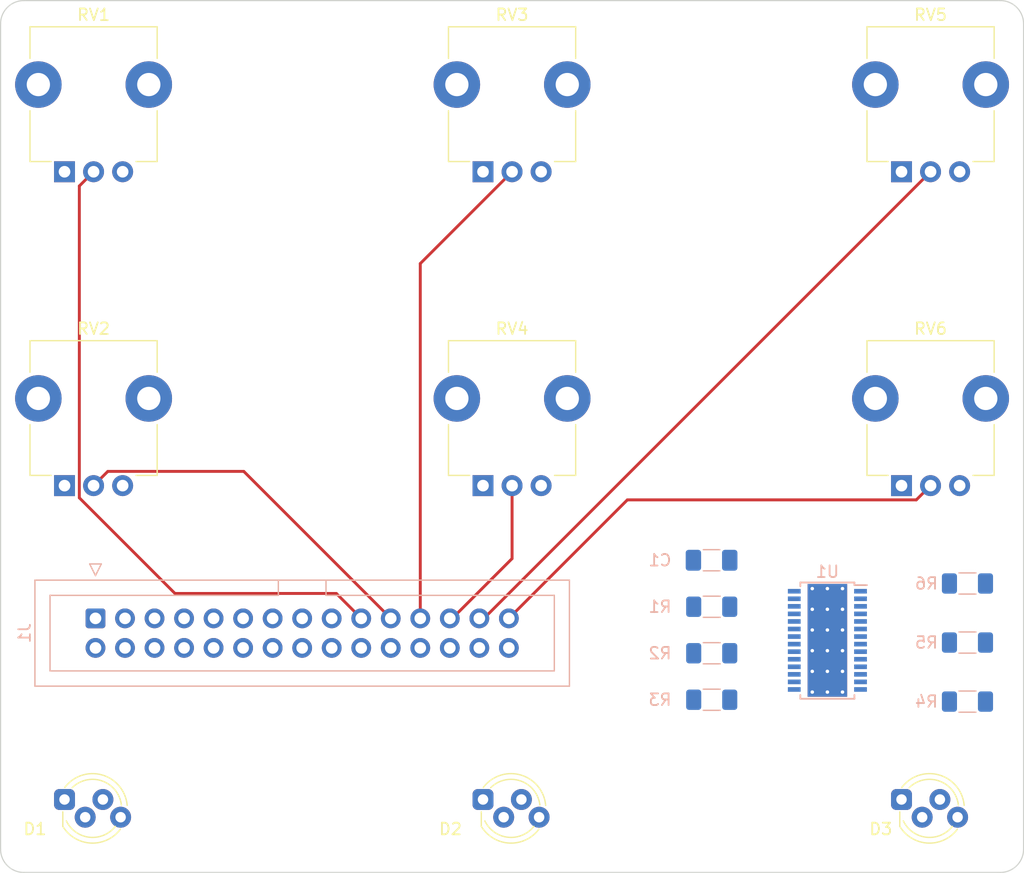
<source format=kicad_pcb>
(kicad_pcb (version 20221018) (generator pcbnew)
  (layers (0 "F.Cu" signal) (1 "In1.Cu" power) (2 "In2.Cu" power) (31 "B.Cu" signal) (34 "B.Paste" user) (35 "F.Paste" user) (36 "B.SilkS" user "B.Silkscreen") (37 "F.SilkS" user "F.Silkscreen") (38 "B.Mask" user) (39 "F.Mask" user) (44 "Edge.Cuts" user))
  (net 0 "")
  (net 1 "Net-(D1-RK)")
  (net 2 "+9V")
  (net 3 "Net-(D1-BK)")
  (net 4 "Net-(D1-GK)")
  (net 5 "Net-(D2-RK)")
  (net 6 "Net-(D2-BK)")
  (net 7 "Net-(D2-GK)")
  (net 8 "Net-(D3-RK)")
  (net 9 "Net-(D3-BK)")
  (net 10 "Net-(D3-GK)")
  (net 11 "GND")
  (net 12 "Net-(U1-IREF)")
  (net 13 "Net-(U1-GSCLK)")
  (net 14 "LED_GSCLK")
  (net 15 "Net-(U1-BLANK)")
  (net 16 "LED_BLANK")
  (net 17 "Net-(U1-XLAT)")
  (net 18 "LED_XLAT")
  (net 19 "Net-(U1-SCLK)")
  (net 20 "LED_SCLK")
  (net 21 "Net-(U1-SIN)")
  (net 22 "LED_SIN")
  (net 23 "POT_1")
  (net 24 "+3.3V")
  (net 25 "POT_4")
  (net 26 "POT_2")
  (net 27 "POT_5")
  (net 28 "POT_3")
  (net 29 "POT_6")
  (net 40 "+5V")
  (footprint "Custom Potentiometers:Potentiometer_TT_P0915N" (layer "F.Cu") (at 57.5 72.725)
    (fp_text reference "RV2" (at 2.5 -13.5) (layer "F.SilkS"))
    (fp_text value "10k")
    (fp_line (start -2.97 -12.47) (end -2.97 -9.75) (stroke (width 0.12)) (layer "F.SilkS"))
    (fp_line (start -2.97 -5.25) (end -2.97 -0.88) (stroke (width 0.12)) (layer "F.SilkS"))
    (fp_line (start -1.15 -0.88) (end -2.97 -0.88) (stroke (width 0.12)) (layer "F.SilkS"))
    (fp_line (start 7.97 -12.47) (end -2.97 -12.47) (stroke (width 0.12)) (layer "F.SilkS"))
    (fp_line (start 7.97 -12.47) (end 7.97 -9.75) (stroke (width 0.12)) (layer "F.SilkS"))
    (fp_line (start 7.97 -5.25) (end 7.97 -0.88) (stroke (width 0.12)) (layer "F.SilkS"))
    (fp_line (start 7.97 -0.88) (end 6.15 -0.88) (stroke (width 0.12)) (layer "F.SilkS"))
    (pad "" thru_hole oval (at -2.25 -7.5) (size 4 4) (drill 2) (layers "*.Cu" "*.Mask"))
    (pad "" thru_hole oval (at 7.25 -7.5) (size 4 4) (drill 2) (layers "*.Cu" "*.Mask"))
    (pad "1" thru_hole rect (at 0 0) (size 1.8 1.8) (drill 1) (layers "*.Cu" "*.Mask") (net 11 "GND"))
    (pad "2" thru_hole circle (at 2.5 0) (size 1.8 1.8) (drill 1) (layers "*.Cu" "*.Mask") (net 26 "POT_2"))
    (pad "3" thru_hole circle (at 5 0) (size 1.8 1.8) (drill 1) (layers "*.Cu" "*.Mask") (net 24 "+3.3V"))
  )
  (footprint "Custom Potentiometers:Potentiometer_TT_P0915N" (layer "F.Cu") (at 93.5 72.725)
    (fp_text reference "RV4" (at 2.5 -13.5) (layer "F.SilkS"))
    (fp_text value "10k")
    (fp_line (start -2.97 -12.47) (end -2.97 -9.75) (stroke (width 0.12)) (layer "F.SilkS"))
    (fp_line (start -2.97 -5.25) (end -2.97 -0.88) (stroke (width 0.12)) (layer "F.SilkS"))
    (fp_line (start -1.15 -0.88) (end -2.97 -0.88) (stroke (width 0.12)) (layer "F.SilkS"))
    (fp_line (start 7.97 -12.47) (end -2.97 -12.47) (stroke (width 0.12)) (layer "F.SilkS"))
    (fp_line (start 7.97 -12.47) (end 7.97 -9.75) (stroke (width 0.12)) (layer "F.SilkS"))
    (fp_line (start 7.97 -5.25) (end 7.97 -0.88) (stroke (width 0.12)) (layer "F.SilkS"))
    (fp_line (start 7.97 -0.88) (end 6.15 -0.88) (stroke (width 0.12)) (layer "F.SilkS"))
    (pad "" thru_hole oval (at -2.25 -7.5) (size 4 4) (drill 2) (layers "*.Cu" "*.Mask"))
    (pad "" thru_hole oval (at 7.25 -7.5) (size 4 4) (drill 2) (layers "*.Cu" "*.Mask"))
    (pad "1" thru_hole rect (at 0 0) (size 1.8 1.8) (drill 1) (layers "*.Cu" "*.Mask") (net 11 "GND"))
    (pad "2" thru_hole circle (at 2.5 0) (size 1.8 1.8) (drill 1) (layers "*.Cu" "*.Mask") (net 25 "POT_4"))
    (pad "3" thru_hole circle (at 5 0) (size 1.8 1.8) (drill 1) (layers "*.Cu" "*.Mask") (net 24 "+3.3V"))
  )
  (footprint "Custom Potentiometers:Potentiometer_TT_P0915N" (layer "F.Cu") (at 129.5 45.725)
    (fp_text reference "RV5" (at 2.5 -13.5) (layer "F.SilkS"))
    (fp_text value "10k")
    (fp_line (start -2.97 -12.47) (end -2.97 -9.75) (stroke (width 0.12)) (layer "F.SilkS"))
    (fp_line (start -2.97 -5.25) (end -2.97 -0.88) (stroke (width 0.12)) (layer "F.SilkS"))
    (fp_line (start -1.15 -0.88) (end -2.97 -0.88) (stroke (width 0.12)) (layer "F.SilkS"))
    (fp_line (start 7.97 -12.47) (end -2.97 -12.47) (stroke (width 0.12)) (layer "F.SilkS"))
    (fp_line (start 7.97 -12.47) (end 7.97 -9.75) (stroke (width 0.12)) (layer "F.SilkS"))
    (fp_line (start 7.97 -5.25) (end 7.97 -0.88) (stroke (width 0.12)) (layer "F.SilkS"))
    (fp_line (start 7.97 -0.88) (end 6.15 -0.88) (stroke (width 0.12)) (layer "F.SilkS"))
    (pad "" thru_hole oval (at -2.25 -7.5) (size 4 4) (drill 2) (layers "*.Cu" "*.Mask"))
    (pad "" thru_hole oval (at 7.25 -7.5) (size 4 4) (drill 2) (layers "*.Cu" "*.Mask"))
    (pad "1" thru_hole rect (at 0 0) (size 1.8 1.8) (drill 1) (layers "*.Cu" "*.Mask") (net 11 "GND"))
    (pad "2" thru_hole circle (at 2.5 0) (size 1.8 1.8) (drill 1) (layers "*.Cu" "*.Mask") (net 27 "POT_5"))
    (pad "3" thru_hole circle (at 5 0) (size 1.8 1.8) (drill 1) (layers "*.Cu" "*.Mask") (net 24 "+3.3V"))
  )
  (footprint "Custom Potentiometers:Potentiometer_TT_P0915N" (layer "F.Cu") (at 57.5 45.725)
    (fp_text reference "RV1" (at 2.5 -13.5) (layer "F.SilkS"))
    (fp_text value "10k")
    (fp_line (start -2.97 -12.47) (end -2.97 -9.75) (stroke (width 0.12)) (layer "F.SilkS"))
    (fp_line (start -2.97 -5.25) (end -2.97 -0.88) (stroke (width 0.12)) (layer "F.SilkS"))
    (fp_line (start -1.15 -0.88) (end -2.97 -0.88) (stroke (width 0.12)) (layer "F.SilkS"))
    (fp_line (start 7.97 -12.47) (end -2.97 -12.47) (stroke (width 0.12)) (layer "F.SilkS"))
    (fp_line (start 7.97 -12.47) (end 7.97 -9.75) (stroke (width 0.12)) (layer "F.SilkS"))
    (fp_line (start 7.97 -5.25) (end 7.97 -0.88) (stroke (width 0.12)) (layer "F.SilkS"))
    (fp_line (start 7.97 -0.88) (end 6.15 -0.88) (stroke (width 0.12)) (layer "F.SilkS"))
    (pad "" thru_hole oval (at -2.25 -7.5) (size 4 4) (drill 2) (layers "*.Cu" "*.Mask"))
    (pad "" thru_hole oval (at 7.25 -7.5) (size 4 4) (drill 2) (layers "*.Cu" "*.Mask"))
    (pad "1" thru_hole rect (at 0 0) (size 1.8 1.8) (drill 1) (layers "*.Cu" "*.Mask") (net 11 "GND"))
    (pad "2" thru_hole circle (at 2.5 0) (size 1.8 1.8) (drill 1) (layers "*.Cu" "*.Mask") (net 23 "POT_1"))
    (pad "3" thru_hole circle (at 5 0) (size 1.8 1.8) (drill 1) (layers "*.Cu" "*.Mask") (net 24 "+3.3V"))
  )
  (footprint "Custom Potentiometers:Potentiometer_TT_P0915N" (layer "F.Cu") (at 93.5 45.725)
    (fp_text reference "RV3" (at 2.5 -13.5) (layer "F.SilkS"))
    (fp_text value "10k")
    (fp_line (start -2.97 -12.47) (end -2.97 -9.75) (stroke (width 0.12)) (layer "F.SilkS"))
    (fp_line (start -2.97 -5.25) (end -2.97 -0.88) (stroke (width 0.12)) (layer "F.SilkS"))
    (fp_line (start -1.15 -0.88) (end -2.97 -0.88) (stroke (width 0.12)) (layer "F.SilkS"))
    (fp_line (start 7.97 -12.47) (end -2.97 -12.47) (stroke (width 0.12)) (layer "F.SilkS"))
    (fp_line (start 7.97 -12.47) (end 7.97 -9.75) (stroke (width 0.12)) (layer "F.SilkS"))
    (fp_line (start 7.97 -5.25) (end 7.97 -0.88) (stroke (width 0.12)) (layer "F.SilkS"))
    (fp_line (start 7.97 -0.88) (end 6.15 -0.88) (stroke (width 0.12)) (layer "F.SilkS"))
    (pad "" thru_hole oval (at -2.25 -7.5) (size 4 4) (drill 2) (layers "*.Cu" "*.Mask"))
    (pad "" thru_hole oval (at 7.25 -7.5) (size 4 4) (drill 2) (layers "*.Cu" "*.Mask"))
    (pad "1" thru_hole rect (at 0 0) (size 1.8 1.8) (drill 1) (layers "*.Cu" "*.Mask") (net 11 "GND"))
    (pad "2" thru_hole circle (at 2.5 0) (size 1.8 1.8) (drill 1) (layers "*.Cu" "*.Mask") (net 28 "POT_3"))
    (pad "3" thru_hole circle (at 5 0) (size 1.8 1.8) (drill 1) (layers "*.Cu" "*.Mask") (net 24 "+3.3V"))
  )
  (footprint "LED_THT:LED_D5.0mm-4_RGB_Staggered_Pins" (layer "F.Cu") (at 93.5 99.725)
    (fp_text reference "D2" (at -2.794 2.54) (layer "F.SilkS"))
    (fp_text value "LED_RABG")
    (fp_line (start -0.147 1.061188) (end -0.147 2.307) (stroke (width 0.12)) (layer "F.SilkS"))
    (fp_arc (start 0.028 -1.038) (mid 3.238737 -2.109652) (end 5.389836 0.503784) (stroke (width 0.12)) (layer "F.SilkS"))
    (fp_arc (start 0.660401 -1.015999) (mid 3.242766 -1.592649) (end 4.89309 0.475579) (stroke (width 0.12)) (layer "F.SilkS"))
    (fp_arc (start 4.372086 2.315056) (mid 2.134091 3.246393) (end 0.158316 1.842) (stroke (width 0.12)) (layer "F.SilkS"))
    (fp_arc (start 4.804334 2.556887) (mid 2.262188 3.748194) (end -0.147 2.30683) (stroke (width 0.12)) (layer "F.SilkS"))
    (pad "1" thru_hole roundrect (at 0 0) (size 1.8 1.8) (drill 0.9) (layers "*.Cu" "*.Mask") (net 5 "Net-(D2-RK)"))
    (pad "2" thru_hole circle (at 1.778 1.524) (size 1.8 1.8) (drill 0.9) (layers "*.Cu" "*.Mask") (net 2 "+9V"))
    (pad "3" thru_hole circle (at 3.302 0) (size 1.8 1.8) (drill 0.9) (layers "*.Cu" "*.Mask") (net 6 "Net-(D2-BK)"))
    (pad "4" thru_hole circle (at 4.826 1.524) (size 1.8 1.8) (drill 0.9) (layers "*.Cu" "*.Mask") (net 7 "Net-(D2-GK)"))
  )
  (footprint "LED_THT:LED_D5.0mm-4_RGB_Staggered_Pins" (layer "F.Cu") (at 129.5 99.725)
    (fp_text reference "D3" (at -1.778 2.54) (layer "F.SilkS"))
    (fp_text value "LED_RABG")
    (fp_line (start -0.147 1.061188) (end -0.147 2.307) (stroke (width 0.12)) (layer "F.SilkS"))
    (fp_arc (start 0.028 -1.038) (mid 3.238737 -2.109652) (end 5.389836 0.503784) (stroke (width 0.12)) (layer "F.SilkS"))
    (fp_arc (start 0.660401 -1.015999) (mid 3.242766 -1.592649) (end 4.89309 0.475579) (stroke (width 0.12)) (layer "F.SilkS"))
    (fp_arc (start 4.372086 2.315056) (mid 2.134091 3.246393) (end 0.158316 1.842) (stroke (width 0.12)) (layer "F.SilkS"))
    (fp_arc (start 4.804334 2.556887) (mid 2.262188 3.748194) (end -0.147 2.30683) (stroke (width 0.12)) (layer "F.SilkS"))
    (pad "1" thru_hole roundrect (at 0 0) (size 1.8 1.8) (drill 0.9) (layers "*.Cu" "*.Mask") (net 8 "Net-(D3-RK)"))
    (pad "2" thru_hole circle (at 1.778 1.524) (size 1.8 1.8) (drill 0.9) (layers "*.Cu" "*.Mask") (net 2 "+9V"))
    (pad "3" thru_hole circle (at 3.302 0) (size 1.8 1.8) (drill 0.9) (layers "*.Cu" "*.Mask") (net 9 "Net-(D3-BK)"))
    (pad "4" thru_hole circle (at 4.826 1.524) (size 1.8 1.8) (drill 0.9) (layers "*.Cu" "*.Mask") (net 10 "Net-(D3-GK)"))
  )
  (footprint "LED_THT:LED_D5.0mm-4_RGB_Staggered_Pins" (layer "F.Cu") (at 57.5 99.725)
    (fp_text reference "D1" (at -2.54 2.54) (layer "F.SilkS"))
    (fp_text value "LED_RABG")
    (fp_line (start -0.147 1.061188) (end -0.147 2.307) (stroke (width 0.12)) (layer "F.SilkS"))
    (fp_arc (start 0.028 -1.038) (mid 3.238737 -2.109652) (end 5.389836 0.503784) (stroke (width 0.12)) (layer "F.SilkS"))
    (fp_arc (start 0.660401 -1.015999) (mid 3.242766 -1.592649) (end 4.89309 0.475579) (stroke (width 0.12)) (layer "F.SilkS"))
    (fp_arc (start 4.372086 2.315056) (mid 2.134091 3.246393) (end 0.158316 1.842) (stroke (width 0.12)) (layer "F.SilkS"))
    (fp_arc (start 4.804334 2.556887) (mid 2.262188 3.748194) (end -0.147 2.30683) (stroke (width 0.12)) (layer "F.SilkS"))
    (pad "1" thru_hole roundrect (at 0 0) (size 1.8 1.8) (drill 0.9) (layers "*.Cu" "*.Mask") (net 1 "Net-(D1-RK)"))
    (pad "2" thru_hole circle (at 1.778 1.524) (size 1.8 1.8) (drill 0.9) (layers "*.Cu" "*.Mask") (net 2 "+9V"))
    (pad "3" thru_hole circle (at 3.302 0) (size 1.8 1.8) (drill 0.9) (layers "*.Cu" "*.Mask") (net 3 "Net-(D1-BK)"))
    (pad "4" thru_hole circle (at 4.826 1.524) (size 1.8 1.8) (drill 0.9) (layers "*.Cu" "*.Mask") (net 4 "Net-(D1-GK)"))
  )
  (footprint "Custom Potentiometers:Potentiometer_TT_P0915N" (layer "F.Cu") (at 129.5 72.725)
    (fp_text reference "RV6" (at 2.5 -13.5) (layer "F.SilkS"))
    (fp_text value "10k")
    (fp_line (start -2.97 -12.47) (end -2.97 -9.75) (stroke (width 0.12)) (layer "F.SilkS"))
    (fp_line (start -2.97 -5.25) (end -2.97 -0.88) (stroke (width 0.12)) (layer "F.SilkS"))
    (fp_line (start -1.15 -0.88) (end -2.97 -0.88) (stroke (width 0.12)) (layer "F.SilkS"))
    (fp_line (start 7.97 -12.47) (end -2.97 -12.47) (stroke (width 0.12)) (layer "F.SilkS"))
    (fp_line (start 7.97 -12.47) (end 7.97 -9.75) (stroke (width 0.12)) (layer "F.SilkS"))
    (fp_line (start 7.97 -5.25) (end 7.97 -0.88) (stroke (width 0.12)) (layer "F.SilkS"))
    (fp_line (start 7.97 -0.88) (end 6.15 -0.88) (stroke (width 0.12)) (layer "F.SilkS"))
    (pad "" thru_hole oval (at -2.25 -7.5) (size 4 4) (drill 2) (layers "*.Cu" "*.Mask"))
    (pad "" thru_hole oval (at 7.25 -7.5) (size 4 4) (drill 2) (layers "*.Cu" "*.Mask"))
    (pad "1" thru_hole rect (at 0 0) (size 1.8 1.8) (drill 1) (layers "*.Cu" "*.Mask") (net 11 "GND"))
    (pad "2" thru_hole circle (at 2.5 0) (size 1.8 1.8) (drill 1) (layers "*.Cu" "*.Mask") (net 29 "POT_6"))
    (pad "3" thru_hole circle (at 5 0) (size 1.8 1.8) (drill 1) (layers "*.Cu" "*.Mask") (net 24 "+3.3V"))
  )
  (footprint "Connector_IDC:IDC-Header_2x15_P2.54mm_Vertical" (layer "B.Cu") (at 60.163949 84.143949 -90)
    (fp_text reference "J1" (at 1.27 6.1 90) (layer "B.SilkS") (effects (justify mirror)))
    (fp_text value "Conn_02x15_Odd_Even")
    (fp_line (start -4.68 -0.5) (end -3.68 0) (stroke (width 0.12)) (layer "B.SilkS"))
    (fp_line (start -4.68 0.5) (end -4.68 -0.5) (stroke (width 0.12)) (layer "B.SilkS"))
    (fp_line (start -3.68 0) (end -4.68 0.5) (stroke (width 0.12)) (layer "B.SilkS"))
    (fp_line (start -3.29 -40.77) (end -3.29 5.21) (stroke (width 0.12)) (layer "B.SilkS"))
    (fp_line (start -3.29 -15.73) (end -1.98 -15.73) (stroke (width 0.12)) (layer "B.SilkS"))
    (fp_line (start -3.29 5.21) (end 5.83 5.21) (stroke (width 0.12)) (layer "B.SilkS"))
    (fp_line (start -1.98 -39.47) (end -1.98 -19.83) (stroke (width 0.12)) (layer "B.SilkS"))
    (fp_line (start -1.98 -19.83) (end -3.29 -19.83) (stroke (width 0.12)) (layer "B.SilkS"))
    (fp_line (start -1.98 -19.83) (end -1.98 -19.83) (stroke (width 0.12)) (layer "B.SilkS"))
    (fp_line (start -1.98 -15.73) (end -1.98 3.91) (stroke (width 0.12)) (layer "B.SilkS"))
    (fp_line (start -1.98 3.91) (end 4.52 3.91) (stroke (width 0.12)) (layer "B.SilkS"))
    (fp_line (start 4.52 -39.47) (end -1.98 -39.47) (stroke (width 0.12)) (layer "B.SilkS"))
    (fp_line (start 4.52 3.91) (end 4.52 -39.47) (stroke (width 0.12)) (layer "B.SilkS"))
    (fp_line (start 5.83 -40.77) (end -3.29 -40.77) (stroke (width 0.12)) (layer "B.SilkS"))
    (fp_line (start 5.83 5.21) (end 5.83 -40.77) (stroke (width 0.12)) (layer "B.SilkS"))
    (pad "1" thru_hole roundrect (at 0 0 270) (size 1.7 1.7) (drill 1) (layers "*.Cu" "*.Mask") (roundrect_rratio 0.147059) (net 2 "+9V"))
    (pad "2" thru_hole circle (at 2.54 0 270) (size 1.7 1.7) (drill 1) (layers "*.Cu" "*.Mask") (net 11 "GND"))
    (pad "3" thru_hole circle (at 0 -2.54 270) (size 1.7 1.7) (drill 1) (layers "*.Cu" "*.Mask") (net 2 "+9V"))
    (pad "4" thru_hole circle (at 2.54 -2.54 270) (size 1.7 1.7) (drill 1) (layers "*.Cu" "*.Mask") (net 11 "GND"))
    (pad "5" thru_hole circle (at 0 -5.08 270) (size 1.7 1.7) (drill 1) (layers "*.Cu" "*.Mask") (net 40 "+5V"))
    (pad "6" thru_hole circle (at 2.54 -5.08 270) (size 1.7 1.7) (drill 1) (layers "*.Cu" "*.Mask") (net 11 "GND"))
    (pad "7" thru_hole circle (at 0 -7.62 270) (size 1.7 1.7) (drill 1) (layers "*.Cu" "*.Mask") (net 24 "+3.3V"))
    (pad "8" thru_hole circle (at 2.54 -7.62 270) (size 1.7 1.7) (drill 1) (layers "*.Cu" "*.Mask") (net 11 "GND"))
    (pad "9" thru_hole circle (at 0 -10.16 270) (size 1.7 1.7) (drill 1) (layers "*.Cu" "*.Mask") (net 14 "LED_GSCLK"))
    (pad "10" thru_hole circle (at 2.54 -10.16 270) (size 1.7 1.7) (drill 1) (layers "*.Cu" "*.Mask") (net 11 "GND"))
    (pad "11" thru_hole circle (at 0 -12.7 270) (size 1.7 1.7) (drill 1) (layers "*.Cu" "*.Mask") (net 16 "LED_BLANK"))
    (pad "12" thru_hole circle (at 2.54 -12.7 270) (size 1.7 1.7) (drill 1) (layers "*.Cu" "*.Mask") (net 11 "GND"))
    (pad "13" thru_hole circle (at 0 -15.24 270) (size 1.7 1.7) (drill 1) (layers "*.Cu" "*.Mask") (net 18 "LED_XLAT"))
    (pad "14" thru_hole circle (at 2.54 -15.24 270) (size 1.7 1.7) (drill 1) (layers "*.Cu" "*.Mask") (net 11 "GND"))
    (pad "15" thru_hole circle (at 0 -17.78 270) (size 1.7 1.7) (drill 1) (layers "*.Cu" "*.Mask") (net 20 "LED_SCLK"))
    (pad "16" thru_hole circle (at 2.54 -17.78 270) (size 1.7 1.7) (drill 1) (layers "*.Cu" "*.Mask") (net 11 "GND"))
    (pad "17" thru_hole circle (at 0 -20.32 270) (size 1.7 1.7) (drill 1) (layers "*.Cu" "*.Mask") (net 22 "LED_SIN"))
    (pad "18" thru_hole circle (at 2.54 -20.32 270) (size 1.7 1.7) (drill 1) (layers "*.Cu" "*.Mask") (net 11 "GND"))
    (pad "19" thru_hole circle (at 0 -22.86 270) (size 1.7 1.7) (drill 1) (layers "*.Cu" "*.Mask") (net 23 "POT_1"))
    (pad "20" thru_hole circle (at 2.54 -22.86 270) (size 1.7 1.7) (drill 1) (layers "*.Cu" "*.Mask") (net 11 "GND"))
    (pad "21" thru_hole circle (at 0 -25.4 270) (size 1.7 1.7) (drill 1) (layers "*.Cu" "*.Mask") (net 26 "POT_2"))
    (pad "22" thru_hole circle (at 2.54 -25.4 270) (size 1.7 1.7) (drill 1) (layers "*.Cu" "*.Mask") (net 11 "GND"))
    (pad "23" thru_hole circle (at 0 -27.94 270) (size 1.7 1.7) (drill 1) (layers "*.Cu" "*.Mask") (net 28 "POT_3"))
    (pad "24" thru_hole circle (at 2.54 -27.94 270) (size 1.7 1.7) (drill 1) (layers "*.Cu" "*.Mask") (net 11 "GND"))
    (pad "25" thru_hole circle (at 0 -30.48 270) (size 1.7 1.7) (drill 1) (layers "*.Cu" "*.Mask") (net 25 "POT_4"))
    (pad "26" thru_hole circle (at 2.54 -30.48 270) (size 1.7 1.7) (drill 1) (layers "*.Cu" "*.Mask") (net 11 "GND"))
    (pad "27" thru_hole circle (at 0 -33.02 270) (size 1.7 1.7) (drill 1) (layers "*.Cu" "*.Mask") (net 27 "POT_5"))
    (pad "28" thru_hole circle (at 2.54 -33.02 270) (size 1.7 1.7) (drill 1) (layers "*.Cu" "*.Mask") (net 11 "GND"))
    (pad "29" thru_hole circle (at 0 -35.56 270) (size 1.7 1.7) (drill 1) (layers "*.Cu" "*.Mask") (net 29 "POT_6"))
    (pad "30" thru_hole circle (at 2.54 -35.56 270) (size 1.7 1.7) (drill 1) (layers "*.Cu" "*.Mask") (net 11 "GND"))
  )
  (footprint "Resistor_SMD:R_1206_3216Metric_Pad1.30x1.75mm_HandSolder" (layer "B.Cu") (at 135.173949 81.143949 180)
    (fp_text reference "R6" (at 3.53 0) (layer "B.SilkS") (effects (justify mirror)))
    (fp_text value "100R")
    (fp_line (start -0.727064 -0.91) (end 0.727064 -0.91) (stroke (width 0.12)) (layer "B.SilkS"))
    (fp_line (start -0.727064 0.91) (end 0.727064 0.91) (stroke (width 0.12)) (layer "B.SilkS"))
    (pad "1" smd roundrect (at -1.55 0 180) (size 1.3 1.75) (layers "B.Cu" "B.Paste" "B.Mask") (roundrect_rratio 0.192308) (net 21 "Net-(U1-SIN)"))
    (pad "2" smd roundrect (at 1.55 0 180) (size 1.3 1.75) (layers "B.Cu" "B.Paste" "B.Mask") (roundrect_rratio 0.192308) (net 22 "LED_SIN"))
  )
  (footprint "Resistor_SMD:R_1206_3216Metric_Pad1.30x1.75mm_HandSolder" (layer "B.Cu") (at 135.173949 91.303949 180)
    (fp_text reference "R4" (at 3.53 0) (layer "B.SilkS") (effects (justify mirror)))
    (fp_text value "100R")
    (fp_line (start -0.727064 -0.91) (end 0.727064 -0.91) (stroke (width 0.12)) (layer "B.SilkS"))
    (fp_line (start -0.727064 0.91) (end 0.727064 0.91) (stroke (width 0.12)) (layer "B.SilkS"))
    (pad "1" smd roundrect (at -1.55 0 180) (size 1.3 1.75) (layers "B.Cu" "B.Paste" "B.Mask") (roundrect_rratio 0.192308) (net 17 "Net-(U1-XLAT)"))
    (pad "2" smd roundrect (at 1.55 0 180) (size 1.3 1.75) (layers "B.Cu" "B.Paste" "B.Mask") (roundrect_rratio 0.192308) (net 18 "LED_XLAT"))
  )
  (footprint "Resistor_SMD:R_1206_3216Metric_Pad1.30x1.75mm_HandSolder" (layer "B.Cu") (at 113.173949 87.143949 180)
    (fp_text reference "R2" (at 4.45 0) (layer "B.SilkS") (effects (justify mirror)))
    (fp_text value "100R")
    (fp_line (start -0.727064 -0.91) (end 0.727064 -0.91) (stroke (width 0.12)) (layer "B.SilkS"))
    (fp_line (start -0.727064 0.91) (end 0.727064 0.91) (stroke (width 0.12)) (layer "B.SilkS"))
    (pad "1" smd roundrect (at -1.55 0 180) (size 1.3 1.75) (layers "B.Cu" "B.Paste" "B.Mask") (roundrect_rratio 0.192308) (net 13 "Net-(U1-GSCLK)"))
    (pad "2" smd roundrect (at 1.55 0 180) (size 1.3 1.75) (layers "B.Cu" "B.Paste" "B.Mask") (roundrect_rratio 0.192308) (net 14 "LED_GSCLK"))
  )
  (footprint "Package_SO:HTSSOP-28-1EP_4.4x9.7mm_P0.65mm_EP3.4x9.5mm_Mask2.4x6.17mm_ThermalVias" (layer "B.Cu") (at 123.123949 86.033949 180)
    (fp_text reference "U1" (at 0 5.9) (layer "B.SilkS") (effects (justify mirror)))
    (fp_text value "TLC5940PWP")
    (fp_line (start -2.325 -5.0258) (end -2.325 -4.7008) (stroke (width 0.15)) (layer "B.SilkS"))
    (fp_line (start -2.325 -5.0258) (end 2.325 -5.0258) (stroke (width 0.15)) (layer "B.SilkS"))
    (fp_line (start -2.325 4.75) (end -3.4 4.75) (stroke (width 0.15)) (layer "B.SilkS"))
    (fp_line (start -2.325 4.975) (end -2.325 4.75) (stroke (width 0.15)) (layer "B.SilkS"))
    (fp_line (start -2.325 4.975) (end 2.325 4.975) (stroke (width 0.15)) (layer "B.SilkS"))
    (fp_line (start 2.325 -5.0258) (end 2.325 -4.7008) (stroke (width 0.15)) (layer "B.SilkS"))
    (fp_line (start 2.325 4.975) (end 2.325 4.65) (stroke (width 0.15)) (layer "B.SilkS"))
    (pad "1" smd rect (at -2.85 4.225 180) (size 1.1 0.4) (layers "B.Cu" "B.Paste" "B.Mask") (net 11 "GND"))
    (pad "2" smd rect (at -2.85 3.575 180) (size 1.1 0.4) (layers "B.Cu" "B.Paste" "B.Mask") (net 15 "Net-(U1-BLANK)"))
    (pad "3" smd rect (at -2.85 2.925 180) (size 1.1 0.4) (layers "B.Cu" "B.Paste" "B.Mask") (net 17 "Net-(U1-XLAT)"))
    (pad "4" smd rect (at -2.85 2.275 180) (size 1.1 0.4) (layers "B.Cu" "B.Paste" "B.Mask") (net 19 "Net-(U1-SCLK)"))
    (pad "5" smd rect (at -2.85 1.625 180) (size 1.1 0.4) (layers "B.Cu" "B.Paste" "B.Mask") (net 21 "Net-(U1-SIN)"))
    (pad "6" smd rect (at -2.85 0.975 180) (size 1.1 0.4) (layers "B.Cu" "B.Paste" "B.Mask") (net 11 "GND"))
    (pad "7" smd rect (at -2.85 0.325 180) (size 1.1 0.4) (layers "B.Cu" "B.Paste" "B.Mask") (net 1 "Net-(D1-RK)"))
    (pad "8" smd rect (at -2.85 -0.325 180) (size 1.1 0.4) (layers "B.Cu" "B.Paste" "B.Mask") (net 4 "Net-(D1-GK)"))
    (pad "9" smd rect (at -2.85 -0.975 180) (size 1.1 0.4) (layers "B.Cu" "B.Paste" "B.Mask") (net 3 "Net-(D1-BK)"))
    (pad "10" smd rect (at -2.85 -1.625 180) (size 1.1 0.4) (layers "B.Cu" "B.Paste" "B.Mask") (net 5 "Net-(D2-RK)"))
    (pad "11" smd rect (at -2.85 -2.275 180) (size 1.1 0.4) (layers "B.Cu" "B.Paste" "B.Mask") (net 7 "Net-(D2-GK)"))
    (pad "12" smd rect (at -2.85 -2.925 180) (size 1.1 0.4) (layers "B.Cu" "B.Paste" "B.Mask") (net 6 "Net-(D2-BK)"))
    (pad "13" smd rect (at -2.85 -3.575 180) (size 1.1 0.4) (layers "B.Cu" "B.Paste" "B.Mask") (net 8 "Net-(D3-RK)"))
    (pad "14" smd rect (at -2.85 -4.225 180) (size 1.1 0.4) (layers "B.Cu" "B.Paste" "B.Mask") (net 10 "Net-(D3-GK)"))
    (pad "15" smd rect (at 2.85 -4.225 180) (size 1.1 0.4) (layers "B.Cu" "B.Paste" "B.Mask") (net 9 "Net-(D3-BK)"))
    (pad "16" smd rect (at 2.85 -3.575 180) (size 1.1 0.4) (layers "B.Cu" "B.Paste" "B.Mask"))
    (pad "17" smd rect (at 2.85 -2.925 180) (size 1.1 0.4) (layers "B.Cu" "B.Paste" "B.Mask"))
    (pad "18" smd rect (at 2.85 -2.275 180) (size 1.1 0.4) (layers "B.Cu" "B.Paste" "B.Mask"))
    (pad "19" smd rect (at 2.85 -1.625 180) (size 1.1 0.4) (layers "B.Cu" "B.Paste" "B.Mask"))
    (pad "20" smd rect (at 2.85 -0.975 180) (size 1.1 0.4) (layers "B.Cu" "B.Paste" "B.Mask"))
    (pad "21" smd rect (at 2.85 -0.325 180) (size 1.1 0.4) (layers "B.Cu" "B.Paste" "B.Mask"))
    (pad "22" smd rect (at 2.85 0.325 180) (size 1.1 0.4) (layers "B.Cu" "B.Paste" "B.Mask"))
    (pad "23" smd rect (at 2.85 0.975 180) (size 1.1 0.4) (layers "B.Cu" "B.Paste" "B.Mask"))
    (pad "24" smd rect (at 2.85 1.625 180) (size 1.1 0.4) (layers "B.Cu" "B.Paste" "B.Mask"))
    (pad "25" smd rect (at 2.85 2.275 180) (size 1.1 0.4) (layers "B.Cu" "B.Paste" "B.Mask") (net 13 "Net-(U1-GSCLK)"))
    (pad "26" smd rect (at 2.85 2.925 180) (size 1.1 0.4) (layers "B.Cu" "B.Paste" "B.Mask"))
    (pad "27" smd rect (at 2.85 3.575 180) (size 1.1 0.4) (layers "B.Cu" "B.Paste" "B.Mask") (net 12 "Net-(U1-IREF)"))
    (pad "28" smd rect (at 2.85 4.225 180) (size 1.1 0.4) (layers "B.Cu" "B.Paste" "B.Mask") (net 24 "+3.3V"))
    (pad "29" thru_hole circle (at -1.3 -4.45 180) (size 0.6 0.6) (drill 0.3) (layers "*.Cu") (net 11 "GND"))
    (pad "29" thru_hole circle (at -1.3 -2.67 180) (size 0.6 0.6) (drill 0.3) (layers "*.Cu") (net 11 "GND"))
    (pad "29" thru_hole circle (at -1.3 -0.89 180) (size 0.6 0.6) (drill 0.3) (layers "*.Cu") (net 11 "GND"))
    (pad "29" thru_hole circle (at -1.3 0.89 180) (size 0.6 0.6) (drill 0.3) (layers "*.Cu") (net 11 "GND"))
    (pad "29" thru_hole circle (at -1.3 2.67 180) (size 0.6 0.6) (drill 0.3) (layers "*.Cu") (net 11 "GND"))
    (pad "29" thru_hole circle (at -1.3 4.45 180) (size 0.6 0.6) (drill 0.3) (layers "*.Cu") (net 11 "GND"))
    (pad "29" thru_hole circle (at 0 -4.45 180) (size 0.6 0.6) (drill 0.3) (layers "*.Cu") (net 11 "GND"))
    (pad "29" thru_hole circle (at 0 -2.67 180) (size 0.6 0.6) (drill 0.3) (layers "*.Cu") (net 11 "GND"))
    (pad "29" thru_hole circle (at 0 -0.89 180) (size 0.6 0.6) (drill 0.3) (layers "*.Cu") (net 11 "GND"))
    (pad "29" smd rect (at 0 0 180) (size 3.4 9.7) (layers "F.Cu") (net 11 "GND"))
    (pad "29" smd rect (at 0 0 180) (size 3.4 9.7) (layers "B.Cu") (net 11 "GND"))
    (pad "29" thru_hole circle (at 0 0.89 180) (size 0.6 0.6) (drill 0.3) (layers "*.Cu") (net 11 "GND"))
    (pad "29" thru_hole circle (at 0 2.67 180) (size 0.6 0.6) (drill 0.3) (layers "*.Cu") (net 11 "GND"))
    (pad "29" thru_hole circle (at 0 4.45 180) (size 0.6 0.6) (drill 0.3) (layers "*.Cu") (net 11 "GND"))
    (pad "29" thru_hole circle (at 1.3 -4.45 180) (size 0.6 0.6) (drill 0.3) (layers "*.Cu") (net 11 "GND"))
    (pad "29" thru_hole circle (at 1.3 -2.67 180) (size 0.6 0.6) (drill 0.3) (layers "*.Cu") (net 11 "GND"))
    (pad "29" thru_hole circle (at 1.3 -0.89 180) (size 0.6 0.6) (drill 0.3) (layers "*.Cu") (net 11 "GND"))
    (pad "29" thru_hole circle (at 1.3 0.89 180) (size 0.6 0.6) (drill 0.3) (layers "*.Cu") (net 11 "GND"))
    (pad "29" thru_hole circle (at 1.3 2.67 180) (size 0.6 0.6) (drill 0.3) (layers "*.Cu") (net 11 "GND"))
    (pad "29" thru_hole circle (at 1.3 4.45 180) (size 0.6 0.6) (drill 0.3) (layers "*.Cu") (net 11 "GND"))
  )
  (footprint "Capacitor_SMD:C_1206_3216Metric_Pad1.33x1.80mm_HandSolder" (layer "B.Cu") (at 113.161449 79.143949 180)
    (fp_text reference "C1" (at 4.4375 0) (layer "B.SilkS") (effects (justify mirror)))
    (fp_text value "100n")
    (fp_line (start -0.711252 -0.91) (end 0.711252 -0.91) (stroke (width 0.12)) (layer "B.SilkS"))
    (fp_line (start -0.711252 0.91) (end 0.711252 0.91) (stroke (width 0.12)) (layer "B.SilkS"))
    (pad "1" smd roundrect (at -1.5625 0 180) (size 1.325 1.8) (layers "B.Cu" "B.Paste" "B.Mask") (roundrect_rratio 0.188679) (net 11 "GND"))
    (pad "2" smd roundrect (at 1.5625 0 180) (size 1.325 1.8) (layers "B.Cu" "B.Paste" "B.Mask") (roundrect_rratio 0.188679) (net 24 "+3.3V"))
  )
  (footprint "Resistor_SMD:R_1206_3216Metric_Pad1.30x1.75mm_HandSolder" (layer "B.Cu") (at 113.173949 83.143949 180)
    (fp_text reference "R1" (at 4.45 0) (layer "B.SilkS") (effects (justify mirror)))
    (fp_text value "1k91")
    (fp_line (start -0.727064 -0.91) (end 0.727064 -0.91) (stroke (width 0.12)) (layer "B.SilkS"))
    (fp_line (start -0.727064 0.91) (end 0.727064 0.91) (stroke (width 0.12)) (layer "B.SilkS"))
    (pad "1" smd roundrect (at -1.55 0 180) (size 1.3 1.75) (layers "B.Cu" "B.Paste" "B.Mask") (roundrect_rratio 0.192308) (net 12 "Net-(U1-IREF)"))
    (pad "2" smd roundrect (at 1.55 0 180) (size 1.3 1.75) (layers "B.Cu" "B.Paste" "B.Mask") (roundrect_rratio 0.192308) (net 11 "GND"))
  )
  (footprint "Resistor_SMD:R_1206_3216Metric_Pad1.30x1.75mm_HandSolder" (layer "B.Cu") (at 135.173949 86.223949 180)
    (fp_text reference "R5" (at 3.53 0) (layer "B.SilkS") (effects (justify mirror)))
    (fp_text value "100R")
    (fp_line (start -0.727064 -0.91) (end 0.727064 -0.91) (stroke (width 0.12)) (layer "B.SilkS"))
    (fp_line (start -0.727064 0.91) (end 0.727064 0.91) (stroke (width 0.12)) (layer "B.SilkS"))
    (pad "1" smd roundrect (at -1.55 0 180) (size 1.3 1.75) (layers "B.Cu" "B.Paste" "B.Mask") (roundrect_rratio 0.192308) (net 19 "Net-(U1-SCLK)"))
    (pad "2" smd roundrect (at 1.55 0 180) (size 1.3 1.75) (layers "B.Cu" "B.Paste" "B.Mask") (roundrect_rratio 0.192308) (net 20 "LED_SCLK"))
  )
  (footprint "Resistor_SMD:R_1206_3216Metric_Pad1.30x1.75mm_HandSolder" (layer "B.Cu") (at 113.173949 91.143949 180)
    (fp_text reference "R3" (at 4.45 0) (layer "B.SilkS") (effects (justify mirror)))
    (fp_text value "100R")
    (fp_line (start -0.727064 -0.91) (end 0.727064 -0.91) (stroke (width 0.12)) (layer "B.SilkS"))
    (fp_line (start -0.727064 0.91) (end 0.727064 0.91) (stroke (width 0.12)) (layer "B.SilkS"))
    (pad "1" smd roundrect (at -1.55 0 180) (size 1.3 1.75) (layers "B.Cu" "B.Paste" "B.Mask") (roundrect_rratio 0.192308) (net 15 "Net-(U1-BLANK)"))
    (pad "2" smd roundrect (at 1.55 0 180) (size 1.3 1.75) (layers "B.Cu" "B.Paste" "B.Mask") (roundrect_rratio 0.192308) (net 16 "LED_BLANK"))
  )
  (gr_arc (start 138 31) (mid 139.414214 31.585786) (end 140 33) (stroke (width 0.1)) (layer "Edge.Cuts"))
  (gr_line (start 54 31) (end 138 31) (stroke (width 0.1)) (layer "Edge.Cuts"))
  (gr_line (start 52 104) (end 52 33) (stroke (width 0.1)) (layer "Edge.Cuts"))
  (gr_arc (start 140 104) (mid 139.414214 105.414214) (end 138 106) (stroke (width 0.1)) (layer "Edge.Cuts"))
  (gr_line (start 140 33) (end 140 104) (stroke (width 0.1)) (layer "Edge.Cuts"))
  (gr_line (start 138 106) (end 54 106) (stroke (width 0.1)) (layer "Edge.Cuts"))
  (gr_arc (start 52 33) (mid 52.585786 31.585786) (end 54 31) (stroke (width 0.1)) (layer "Edge.Cuts"))
  (gr_arc (start 54 106) (mid 52.585786 105.414214) (end 52 104) (stroke (width 0.1)) (layer "Edge.Cuts"))
  (segment (start 136.723949 86.223949) (end 137.173949 86.673949) (width 0.25) (layer "B.Cu") (net 19))
  (segment (start 136.723949 81.143949) (end 136.723949 81.453949) (width 0.25) (layer "B.Cu") (net 21))
  (segment (start 58.775 73.775) (end 67 82) (width 0.25) (layer "F.Cu") (net 23))
  (segment (start 67 82) (end 80.88 82) (width 0.25) (layer "F.Cu") (net 23))
  (segment (start 80.88 82) (end 83.023949 84.143949) (width 0.25) (layer "F.Cu") (net 23))
  (segment (start 60 45.725) (end 58.775 46.95) (width 0.25) (layer "F.Cu") (net 23))
  (segment (start 58.775 46.95) (end 58.775 73.775) (width 0.25) (layer "F.Cu") (net 23))
  (segment (start 96 72.725) (end 96.767588 72.725) (width 0.25) (layer "F.Cu") (net 25))
  (segment (start 96 79) (end 91 84) (width 0.25) (layer "F.Cu") (net 25))
  (segment (start 96 72.725) (end 96 79) (width 0.25) (layer "F.Cu") (net 25))
  (segment (start 61.225 71.5) (end 72.92 71.5) (width 0.25) (layer "F.Cu") (net 26))
  (segment (start 60 72.725) (end 61.225 71.5) (width 0.25) (layer "F.Cu") (net 26))
  (segment (start 72.92 71.5) (end 85.563949 84.143949) (width 0.25) (layer "F.Cu") (net 26))
  (segment (start 93.581051 84.143949) (end 93.183949 84.143949) (width 0.25) (layer "F.Cu") (net 27))
  (segment (start 132 45.725) (end 93.581051 84.143949) (width 0.25) (layer "F.Cu") (net 27))
  (segment (start 96 45.725) (end 88.103949 53.621051) (width 0.25) (layer "F.Cu") (net 28))
  (segment (start 88.103949 53.621051) (end 88.103949 84.143949) (width 0.25) (layer "F.Cu") (net 28))
  (segment (start 132 72.725) (end 132 72.867898) (width 0.25) (layer "F.Cu") (net 29))
  (segment (start 130.775 73.95) (end 105.917898 73.95) (width 0.25) (layer "F.Cu") (net 29))
  (segment (start 132 72.725) (end 130.775 73.95) (width 0.25) (layer "F.Cu") (net 29))
  (segment (start 105.917898 73.95) (end 95.723949 84.143949) (width 0.25) (layer "F.Cu") (net 29))
)
</source>
